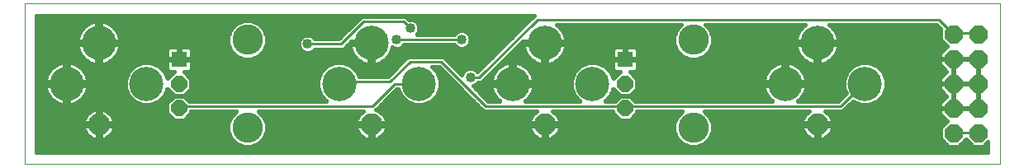
<source format=gtl>
G75*
%MOIN*%
%OFA0B0*%
%FSLAX25Y25*%
%IPPOS*%
%LPD*%
%AMOC8*
5,1,8,0,0,1.08239X$1,22.5*
%
%ADD10C,0.00000*%
%ADD11C,0.13843*%
%ADD12C,0.08858*%
%ADD13OC8,0.07400*%
%ADD14R,0.06496X0.06496*%
%ADD15OC8,0.06496*%
%ADD16C,0.12268*%
%ADD17C,0.01000*%
%ADD18C,0.04000*%
%ADD19C,0.01600*%
D10*
X0001800Y0003000D02*
X0001800Y0067961D01*
X0395501Y0067961D01*
X0395501Y0003000D01*
X0001800Y0003000D01*
D11*
X0018808Y0035500D03*
X0051091Y0035500D03*
X0128808Y0035500D03*
X0161091Y0035500D03*
X0198808Y0035500D03*
X0231091Y0035500D03*
X0308808Y0035500D03*
X0341091Y0035500D03*
X0321800Y0052035D03*
X0211800Y0052035D03*
X0141800Y0052035D03*
X0031800Y0052035D03*
D12*
X0031800Y0018965D03*
X0141800Y0018965D03*
X0211800Y0018965D03*
X0321800Y0018965D03*
D13*
X0376800Y0015500D03*
X0386800Y0015500D03*
X0386800Y0025500D03*
X0376800Y0025500D03*
X0376800Y0035500D03*
X0386800Y0035500D03*
X0386800Y0045500D03*
X0376800Y0045500D03*
X0376800Y0055500D03*
X0386800Y0055500D03*
D14*
X0244241Y0045343D03*
X0064241Y0045343D03*
D15*
X0064241Y0035500D03*
X0064241Y0025657D03*
X0244241Y0025657D03*
X0244241Y0035500D03*
D16*
X0271800Y0017783D03*
X0091800Y0017783D03*
X0091800Y0053217D03*
X0271800Y0053217D03*
D17*
X0208800Y0061500D02*
X0370800Y0061500D01*
X0376800Y0055500D01*
X0377100Y0056100D01*
X0386100Y0056100D01*
X0386800Y0055500D01*
X0341091Y0035500D02*
X0340200Y0035400D01*
X0331200Y0026400D01*
X0244800Y0026400D01*
X0244241Y0025657D01*
X0243900Y0026400D01*
X0188100Y0026400D01*
X0170100Y0044400D01*
X0157500Y0044400D01*
X0149400Y0036300D01*
X0129600Y0036300D01*
X0128808Y0035500D01*
X0142200Y0026400D02*
X0151200Y0035400D01*
X0160200Y0035400D01*
X0161091Y0035500D01*
X0181800Y0038100D02*
X0185400Y0038100D01*
X0208800Y0061500D01*
X0178200Y0053400D02*
X0152100Y0053400D01*
X0157500Y0057900D02*
X0154800Y0060600D01*
X0138600Y0060600D01*
X0129600Y0051600D01*
X0116100Y0051600D01*
X0142200Y0026400D02*
X0064800Y0026400D01*
X0064241Y0025657D01*
X0376800Y0015500D02*
X0377100Y0015600D01*
X0386100Y0015600D01*
X0386800Y0015500D01*
D18*
X0181800Y0038100D03*
X0116100Y0051600D03*
X0152100Y0053400D03*
X0157500Y0057900D03*
X0178200Y0053400D03*
D19*
X0181746Y0052554D02*
X0196884Y0052554D01*
X0202824Y0052554D02*
X0211000Y0052554D01*
X0211000Y0052835D02*
X0211000Y0051235D01*
X0212600Y0051235D01*
X0212600Y0043344D01*
X0213505Y0043463D01*
X0214609Y0043759D01*
X0215666Y0044197D01*
X0216656Y0044768D01*
X0217563Y0045464D01*
X0218371Y0046273D01*
X0219067Y0047180D01*
X0219639Y0048170D01*
X0220076Y0049226D01*
X0220372Y0050330D01*
X0220491Y0051235D01*
X0212600Y0051235D01*
X0212600Y0052835D01*
X0220491Y0052835D01*
X0220372Y0053741D01*
X0220076Y0054845D01*
X0219639Y0055901D01*
X0219067Y0056891D01*
X0218371Y0057798D01*
X0217563Y0058606D01*
X0216656Y0059302D01*
X0216487Y0059400D01*
X0267046Y0059400D01*
X0265244Y0057597D01*
X0264066Y0054755D01*
X0264066Y0051678D01*
X0265244Y0048836D01*
X0267419Y0046660D01*
X0270262Y0045483D01*
X0273338Y0045483D01*
X0276181Y0046660D01*
X0278356Y0048836D01*
X0279534Y0051678D01*
X0279534Y0054755D01*
X0278356Y0057597D01*
X0276554Y0059400D01*
X0317113Y0059400D01*
X0316944Y0059302D01*
X0316037Y0058606D01*
X0315229Y0057798D01*
X0314533Y0056891D01*
X0313961Y0055901D01*
X0313524Y0054845D01*
X0313228Y0053741D01*
X0313109Y0052835D01*
X0321000Y0052835D01*
X0321000Y0051235D01*
X0322600Y0051235D01*
X0322600Y0043344D01*
X0323505Y0043463D01*
X0324609Y0043759D01*
X0325666Y0044197D01*
X0326656Y0044768D01*
X0327563Y0045464D01*
X0328371Y0046273D01*
X0329067Y0047180D01*
X0329639Y0048170D01*
X0330076Y0049226D01*
X0330372Y0050330D01*
X0330491Y0051235D01*
X0322600Y0051235D01*
X0322600Y0052835D01*
X0330491Y0052835D01*
X0330372Y0053741D01*
X0330076Y0054845D01*
X0329639Y0055901D01*
X0329067Y0056891D01*
X0328371Y0057798D01*
X0327563Y0058606D01*
X0326656Y0059302D01*
X0326487Y0059400D01*
X0369930Y0059400D01*
X0371567Y0057763D01*
X0371500Y0057695D01*
X0371500Y0053305D01*
X0374163Y0050641D01*
X0371300Y0047778D01*
X0371300Y0045700D01*
X0376600Y0045700D01*
X0376600Y0045300D01*
X0377000Y0045300D01*
X0377000Y0045700D01*
X0382300Y0045700D01*
X0386600Y0045700D01*
X0386600Y0045300D01*
X0387000Y0045300D01*
X0387000Y0035700D01*
X0386600Y0035700D01*
X0386600Y0040000D01*
X0386600Y0045300D01*
X0377000Y0045300D01*
X0377000Y0035700D01*
X0376600Y0035700D01*
X0376600Y0041000D01*
X0376600Y0045300D01*
X0371300Y0045300D01*
X0371300Y0043222D01*
X0374022Y0040500D01*
X0371300Y0037778D01*
X0371300Y0035700D01*
X0376600Y0035700D01*
X0376600Y0035300D01*
X0377000Y0035300D01*
X0377000Y0035700D01*
X0382300Y0035700D01*
X0386600Y0035700D01*
X0386600Y0035300D01*
X0387000Y0035300D01*
X0387000Y0025700D01*
X0386600Y0025700D01*
X0386600Y0031000D01*
X0386600Y0035300D01*
X0377000Y0035300D01*
X0377000Y0025700D01*
X0376600Y0025700D01*
X0376600Y0031000D01*
X0376600Y0035300D01*
X0371300Y0035300D01*
X0371300Y0033222D01*
X0374022Y0030500D01*
X0371300Y0027778D01*
X0371300Y0025700D01*
X0376600Y0025700D01*
X0376600Y0025300D01*
X0371300Y0025300D01*
X0371300Y0023222D01*
X0374163Y0020359D01*
X0371500Y0017695D01*
X0371500Y0013305D01*
X0374605Y0010200D01*
X0378995Y0010200D01*
X0381800Y0013005D01*
X0384605Y0010200D01*
X0388995Y0010200D01*
X0390701Y0011905D01*
X0390701Y0007800D01*
X0006600Y0007800D01*
X0006600Y0063161D01*
X0207491Y0063161D01*
X0206700Y0062370D01*
X0206700Y0062370D01*
X0184661Y0040330D01*
X0183839Y0041152D01*
X0182516Y0041700D01*
X0181084Y0041700D01*
X0179761Y0041152D01*
X0178748Y0040139D01*
X0178333Y0039137D01*
X0170970Y0046500D01*
X0156630Y0046500D01*
X0155400Y0045270D01*
X0148530Y0038400D01*
X0136830Y0038400D01*
X0136032Y0040327D01*
X0133635Y0042724D01*
X0130503Y0044021D01*
X0127113Y0044021D01*
X0123981Y0042724D01*
X0121584Y0040327D01*
X0120287Y0037195D01*
X0120287Y0033805D01*
X0121584Y0030673D01*
X0123757Y0028500D01*
X0068255Y0028500D01*
X0066249Y0030505D01*
X0062233Y0030505D01*
X0059393Y0027666D01*
X0059393Y0023649D01*
X0062233Y0020809D01*
X0066249Y0020809D01*
X0069089Y0023649D01*
X0069089Y0024300D01*
X0087379Y0024300D01*
X0085244Y0022164D01*
X0084066Y0019322D01*
X0084066Y0016245D01*
X0085244Y0013403D01*
X0087419Y0011227D01*
X0090262Y0010050D01*
X0093338Y0010050D01*
X0096181Y0011227D01*
X0098356Y0013403D01*
X0099534Y0016245D01*
X0099534Y0019322D01*
X0098356Y0022164D01*
X0096221Y0024300D01*
X0138551Y0024300D01*
X0138535Y0024292D01*
X0137742Y0023716D01*
X0137049Y0023023D01*
X0136472Y0022229D01*
X0136027Y0021356D01*
X0135724Y0020423D01*
X0135600Y0019641D01*
X0141124Y0019641D01*
X0141124Y0018288D01*
X0142476Y0018288D01*
X0142476Y0012765D01*
X0143259Y0012889D01*
X0144191Y0013192D01*
X0145065Y0013637D01*
X0145858Y0014213D01*
X0146551Y0014907D01*
X0147128Y0015700D01*
X0147573Y0016573D01*
X0147876Y0017506D01*
X0148000Y0018288D01*
X0142476Y0018288D01*
X0142476Y0019641D01*
X0148000Y0019641D01*
X0147876Y0020423D01*
X0147573Y0021356D01*
X0147128Y0022229D01*
X0146551Y0023023D01*
X0145858Y0023716D01*
X0145065Y0024292D01*
X0144191Y0024737D01*
X0143675Y0024905D01*
X0144300Y0025530D01*
X0152070Y0033300D01*
X0152779Y0033300D01*
X0153867Y0030673D01*
X0156264Y0028276D01*
X0159396Y0026979D01*
X0162786Y0026979D01*
X0165918Y0028276D01*
X0168315Y0030673D01*
X0169613Y0033805D01*
X0169613Y0037195D01*
X0168315Y0040327D01*
X0166342Y0042300D01*
X0169230Y0042300D01*
X0186000Y0025530D01*
X0187230Y0024300D01*
X0208551Y0024300D01*
X0208535Y0024292D01*
X0207742Y0023716D01*
X0207049Y0023023D01*
X0206472Y0022229D01*
X0206027Y0021356D01*
X0205724Y0020423D01*
X0205600Y0019641D01*
X0211124Y0019641D01*
X0211124Y0018288D01*
X0212476Y0018288D01*
X0212476Y0012765D01*
X0213259Y0012889D01*
X0214191Y0013192D01*
X0215065Y0013637D01*
X0215858Y0014213D01*
X0216551Y0014907D01*
X0217128Y0015700D01*
X0217573Y0016573D01*
X0217876Y0017506D01*
X0218000Y0018288D01*
X0212476Y0018288D01*
X0212476Y0019641D01*
X0218000Y0019641D01*
X0217876Y0020423D01*
X0217573Y0021356D01*
X0217128Y0022229D01*
X0216551Y0023023D01*
X0215858Y0023716D01*
X0215065Y0024292D01*
X0215049Y0024300D01*
X0239393Y0024300D01*
X0239393Y0023649D01*
X0242233Y0020809D01*
X0246249Y0020809D01*
X0249089Y0023649D01*
X0249089Y0024300D01*
X0267379Y0024300D01*
X0265244Y0022164D01*
X0264066Y0019322D01*
X0264066Y0016245D01*
X0265244Y0013403D01*
X0267419Y0011227D01*
X0270262Y0010050D01*
X0273338Y0010050D01*
X0276181Y0011227D01*
X0278356Y0013403D01*
X0279534Y0016245D01*
X0279534Y0019322D01*
X0278356Y0022164D01*
X0276221Y0024300D01*
X0318551Y0024300D01*
X0318535Y0024292D01*
X0317742Y0023716D01*
X0317049Y0023023D01*
X0316472Y0022229D01*
X0316027Y0021356D01*
X0315724Y0020423D01*
X0315600Y0019641D01*
X0321124Y0019641D01*
X0321124Y0018288D01*
X0322476Y0018288D01*
X0322476Y0012765D01*
X0323259Y0012889D01*
X0324191Y0013192D01*
X0325065Y0013637D01*
X0325858Y0014213D01*
X0326551Y0014907D01*
X0327128Y0015700D01*
X0327573Y0016573D01*
X0327876Y0017506D01*
X0328000Y0018288D01*
X0322476Y0018288D01*
X0322476Y0019641D01*
X0328000Y0019641D01*
X0327876Y0020423D01*
X0327573Y0021356D01*
X0327128Y0022229D01*
X0326551Y0023023D01*
X0325858Y0023716D01*
X0325065Y0024292D01*
X0325049Y0024300D01*
X0332070Y0024300D01*
X0336155Y0028385D01*
X0336264Y0028276D01*
X0339396Y0026979D01*
X0342786Y0026979D01*
X0345918Y0028276D01*
X0348315Y0030673D01*
X0349613Y0033805D01*
X0349613Y0037195D01*
X0348315Y0040327D01*
X0345918Y0042724D01*
X0342786Y0044021D01*
X0339396Y0044021D01*
X0336264Y0042724D01*
X0333867Y0040327D01*
X0332570Y0037195D01*
X0332570Y0033805D01*
X0333468Y0031638D01*
X0330330Y0028500D01*
X0314012Y0028500D01*
X0314571Y0028929D01*
X0315379Y0029737D01*
X0316075Y0030644D01*
X0316647Y0031634D01*
X0317084Y0032691D01*
X0317380Y0033795D01*
X0317499Y0034700D01*
X0309608Y0034700D01*
X0309608Y0036300D01*
X0317499Y0036300D01*
X0317380Y0037205D01*
X0317084Y0038309D01*
X0316647Y0039366D01*
X0316075Y0040356D01*
X0315379Y0041263D01*
X0314571Y0042071D01*
X0313664Y0042767D01*
X0312673Y0043339D01*
X0311617Y0043776D01*
X0310513Y0044072D01*
X0309608Y0044191D01*
X0309608Y0036300D01*
X0308008Y0036300D01*
X0308008Y0044191D01*
X0307103Y0044072D01*
X0305998Y0043776D01*
X0304942Y0043339D01*
X0303952Y0042767D01*
X0303045Y0042071D01*
X0302237Y0041263D01*
X0301541Y0040356D01*
X0300969Y0039366D01*
X0300532Y0038309D01*
X0300236Y0037205D01*
X0300117Y0036300D01*
X0308008Y0036300D01*
X0308008Y0034700D01*
X0300117Y0034700D01*
X0300236Y0033795D01*
X0300532Y0032691D01*
X0300969Y0031634D01*
X0301541Y0030644D01*
X0302237Y0029737D01*
X0303045Y0028929D01*
X0303604Y0028500D01*
X0248255Y0028500D01*
X0246249Y0030505D01*
X0242233Y0030505D01*
X0240227Y0028500D01*
X0236142Y0028500D01*
X0238315Y0030673D01*
X0239457Y0033428D01*
X0242233Y0030652D01*
X0246249Y0030652D01*
X0249089Y0033492D01*
X0249089Y0037508D01*
X0246303Y0040294D01*
X0247726Y0040294D01*
X0248184Y0040417D01*
X0248594Y0040654D01*
X0248929Y0040989D01*
X0249166Y0041400D01*
X0249289Y0041858D01*
X0249289Y0045060D01*
X0244524Y0045060D01*
X0244524Y0045625D01*
X0249289Y0045625D01*
X0249289Y0048828D01*
X0249166Y0049285D01*
X0248929Y0049696D01*
X0248594Y0050031D01*
X0248184Y0050268D01*
X0247726Y0050391D01*
X0244524Y0050391D01*
X0244524Y0045625D01*
X0243958Y0045625D01*
X0243958Y0045060D01*
X0239193Y0045060D01*
X0239193Y0041858D01*
X0239316Y0041400D01*
X0239553Y0040989D01*
X0239888Y0040654D01*
X0240298Y0040417D01*
X0240756Y0040294D01*
X0242179Y0040294D01*
X0239457Y0037572D01*
X0238315Y0040327D01*
X0235918Y0042724D01*
X0232786Y0044021D01*
X0229396Y0044021D01*
X0226264Y0042724D01*
X0223867Y0040327D01*
X0222570Y0037195D01*
X0222570Y0033805D01*
X0223867Y0030673D01*
X0226040Y0028500D01*
X0204012Y0028500D01*
X0204571Y0028929D01*
X0205379Y0029737D01*
X0206075Y0030644D01*
X0206647Y0031634D01*
X0207084Y0032691D01*
X0207380Y0033795D01*
X0207499Y0034700D01*
X0199608Y0034700D01*
X0199608Y0036300D01*
X0207499Y0036300D01*
X0207380Y0037205D01*
X0207084Y0038309D01*
X0206647Y0039366D01*
X0206075Y0040356D01*
X0205379Y0041263D01*
X0204571Y0042071D01*
X0203664Y0042767D01*
X0202673Y0043339D01*
X0201617Y0043776D01*
X0200513Y0044072D01*
X0199608Y0044191D01*
X0199608Y0036300D01*
X0198008Y0036300D01*
X0198008Y0044191D01*
X0197103Y0044072D01*
X0195998Y0043776D01*
X0194942Y0043339D01*
X0193952Y0042767D01*
X0193045Y0042071D01*
X0192237Y0041263D01*
X0191541Y0040356D01*
X0190969Y0039366D01*
X0190532Y0038309D01*
X0190236Y0037205D01*
X0190117Y0036300D01*
X0198008Y0036300D01*
X0198008Y0034700D01*
X0190117Y0034700D01*
X0190236Y0033795D01*
X0190532Y0032691D01*
X0190969Y0031634D01*
X0191541Y0030644D01*
X0192237Y0029737D01*
X0193045Y0028929D01*
X0193604Y0028500D01*
X0188970Y0028500D01*
X0182837Y0034633D01*
X0183839Y0035048D01*
X0184791Y0036000D01*
X0186270Y0036000D01*
X0187500Y0037230D01*
X0187500Y0037230D01*
X0203109Y0052840D01*
X0203109Y0052835D01*
X0211000Y0052835D01*
X0212600Y0052554D02*
X0264066Y0052554D01*
X0264066Y0054152D02*
X0220262Y0054152D01*
X0219701Y0055751D02*
X0264479Y0055751D01*
X0265141Y0057349D02*
X0218715Y0057349D01*
X0217118Y0058948D02*
X0266594Y0058948D01*
X0277006Y0058948D02*
X0316482Y0058948D01*
X0314885Y0057349D02*
X0278459Y0057349D01*
X0279121Y0055751D02*
X0313899Y0055751D01*
X0313338Y0054152D02*
X0279534Y0054152D01*
X0279534Y0052554D02*
X0321000Y0052554D01*
X0322600Y0052554D02*
X0372251Y0052554D01*
X0371500Y0054152D02*
X0330262Y0054152D01*
X0329701Y0055751D02*
X0371500Y0055751D01*
X0371500Y0057349D02*
X0328715Y0057349D01*
X0327118Y0058948D02*
X0370382Y0058948D01*
X0373849Y0050955D02*
X0330454Y0050955D01*
X0330111Y0049357D02*
X0372879Y0049357D01*
X0371300Y0047758D02*
X0329401Y0047758D01*
X0322600Y0047758D02*
X0321000Y0047758D01*
X0315229Y0046273D02*
X0314533Y0047180D01*
X0313961Y0048170D01*
X0313524Y0049226D01*
X0313228Y0050330D01*
X0313109Y0051235D01*
X0321000Y0051235D01*
X0321000Y0043344D01*
X0320095Y0043463D01*
X0318991Y0043759D01*
X0317934Y0044197D01*
X0316944Y0044768D01*
X0316037Y0045464D01*
X0315229Y0046273D01*
X0315342Y0046160D02*
X0274973Y0046160D01*
X0277279Y0047758D02*
X0314199Y0047758D01*
X0321000Y0046160D02*
X0322600Y0046160D01*
X0328258Y0046160D02*
X0371300Y0046160D01*
X0371300Y0044561D02*
X0326297Y0044561D01*
X0322600Y0044561D02*
X0321000Y0044561D01*
X0317303Y0044561D02*
X0249289Y0044561D01*
X0249289Y0042963D02*
X0304291Y0042963D01*
X0308008Y0042963D02*
X0309608Y0042963D01*
X0313324Y0042963D02*
X0336841Y0042963D01*
X0334905Y0041364D02*
X0315277Y0041364D01*
X0309608Y0041364D02*
X0308008Y0041364D01*
X0302338Y0041364D02*
X0249146Y0041364D01*
X0246831Y0039766D02*
X0301200Y0039766D01*
X0308008Y0039766D02*
X0309608Y0039766D01*
X0316415Y0039766D02*
X0333635Y0039766D01*
X0332973Y0038167D02*
X0317122Y0038167D01*
X0309608Y0038167D02*
X0308008Y0038167D01*
X0308008Y0036569D02*
X0309608Y0036569D01*
X0317464Y0036569D02*
X0332570Y0036569D01*
X0332570Y0034970D02*
X0309608Y0034970D01*
X0308008Y0034970D02*
X0249089Y0034970D01*
X0249089Y0036569D02*
X0300152Y0036569D01*
X0300494Y0038167D02*
X0248430Y0038167D01*
X0240052Y0038167D02*
X0239210Y0038167D01*
X0238548Y0039766D02*
X0241651Y0039766D01*
X0239336Y0041364D02*
X0237278Y0041364D01*
X0239193Y0042963D02*
X0235342Y0042963D01*
X0239193Y0044561D02*
X0216297Y0044561D01*
X0212600Y0044561D02*
X0211000Y0044561D01*
X0211000Y0043344D02*
X0210095Y0043463D01*
X0208991Y0043759D01*
X0207934Y0044197D01*
X0206944Y0044768D01*
X0206037Y0045464D01*
X0205229Y0046273D01*
X0204533Y0047180D01*
X0203961Y0048170D01*
X0203524Y0049226D01*
X0203228Y0050330D01*
X0203109Y0051235D01*
X0211000Y0051235D01*
X0211000Y0043344D01*
X0207303Y0044561D02*
X0194831Y0044561D01*
X0188891Y0044561D02*
X0172909Y0044561D01*
X0174507Y0042963D02*
X0187293Y0042963D01*
X0185694Y0041364D02*
X0183327Y0041364D01*
X0180273Y0041364D02*
X0176106Y0041364D01*
X0177704Y0039766D02*
X0178593Y0039766D01*
X0171764Y0039766D02*
X0168548Y0039766D01*
X0167278Y0041364D02*
X0170166Y0041364D01*
X0154691Y0044561D02*
X0146297Y0044561D01*
X0146656Y0044768D02*
X0145666Y0044197D01*
X0144609Y0043759D01*
X0143505Y0043463D01*
X0142600Y0043344D01*
X0142600Y0051235D01*
X0141000Y0051235D01*
X0141000Y0043344D01*
X0140095Y0043463D01*
X0138991Y0043759D01*
X0137934Y0044197D01*
X0136944Y0044768D01*
X0136037Y0045464D01*
X0135229Y0046273D01*
X0134533Y0047180D01*
X0133961Y0048170D01*
X0133524Y0049226D01*
X0133228Y0050330D01*
X0133109Y0051235D01*
X0141000Y0051235D01*
X0141000Y0052835D01*
X0133805Y0052835D01*
X0130470Y0049500D01*
X0128730Y0049500D01*
X0119091Y0049500D01*
X0118139Y0048548D01*
X0116816Y0048000D01*
X0115384Y0048000D01*
X0114061Y0048548D01*
X0113048Y0049561D01*
X0112500Y0050884D01*
X0112500Y0052316D01*
X0113048Y0053639D01*
X0114061Y0054652D01*
X0115384Y0055200D01*
X0116816Y0055200D01*
X0118139Y0054652D01*
X0119091Y0053700D01*
X0128730Y0053700D01*
X0136500Y0061470D01*
X0137730Y0062700D01*
X0155670Y0062700D01*
X0156870Y0061500D01*
X0158216Y0061500D01*
X0159539Y0060952D01*
X0160552Y0059939D01*
X0161100Y0058616D01*
X0161100Y0057184D01*
X0160552Y0055861D01*
X0160191Y0055500D01*
X0175209Y0055500D01*
X0176161Y0056452D01*
X0177484Y0057000D01*
X0178916Y0057000D01*
X0180239Y0056452D01*
X0181252Y0055439D01*
X0181800Y0054116D01*
X0181800Y0052684D01*
X0181252Y0051361D01*
X0180239Y0050348D01*
X0178916Y0049800D01*
X0177484Y0049800D01*
X0176161Y0050348D01*
X0175209Y0051300D01*
X0155091Y0051300D01*
X0154139Y0050348D01*
X0152816Y0049800D01*
X0151384Y0049800D01*
X0150345Y0050230D01*
X0150076Y0049226D01*
X0149639Y0048170D01*
X0149067Y0047180D01*
X0148371Y0046273D01*
X0147563Y0045464D01*
X0146656Y0044768D01*
X0142600Y0044561D02*
X0141000Y0044561D01*
X0137303Y0044561D02*
X0069289Y0044561D01*
X0069289Y0045060D02*
X0064524Y0045060D01*
X0064524Y0045625D01*
X0069289Y0045625D01*
X0069289Y0048828D01*
X0069166Y0049285D01*
X0068929Y0049696D01*
X0068594Y0050031D01*
X0068184Y0050268D01*
X0067726Y0050391D01*
X0064524Y0050391D01*
X0064524Y0045625D01*
X0063958Y0045625D01*
X0063958Y0045060D01*
X0059193Y0045060D01*
X0059193Y0041858D01*
X0059316Y0041400D01*
X0059553Y0040989D01*
X0059888Y0040654D01*
X0060298Y0040417D01*
X0060756Y0040294D01*
X0062179Y0040294D01*
X0059457Y0037572D01*
X0058315Y0040327D01*
X0055918Y0042724D01*
X0052786Y0044021D01*
X0049396Y0044021D01*
X0046264Y0042724D01*
X0043867Y0040327D01*
X0042570Y0037195D01*
X0042570Y0033805D01*
X0043867Y0030673D01*
X0046264Y0028276D01*
X0049396Y0026979D01*
X0052786Y0026979D01*
X0055918Y0028276D01*
X0058315Y0030673D01*
X0059457Y0033428D01*
X0062233Y0030652D01*
X0066249Y0030652D01*
X0069089Y0033492D01*
X0069089Y0037508D01*
X0066303Y0040294D01*
X0067726Y0040294D01*
X0068184Y0040417D01*
X0068594Y0040654D01*
X0068929Y0040989D01*
X0069166Y0041400D01*
X0069289Y0041858D01*
X0069289Y0045060D01*
X0069289Y0046160D02*
X0088627Y0046160D01*
X0087419Y0046660D02*
X0090262Y0045483D01*
X0093338Y0045483D01*
X0096181Y0046660D01*
X0098356Y0048836D01*
X0099534Y0051678D01*
X0099534Y0054755D01*
X0098356Y0057597D01*
X0096181Y0059773D01*
X0093338Y0060950D01*
X0090262Y0060950D01*
X0087419Y0059773D01*
X0085244Y0057597D01*
X0084066Y0054755D01*
X0084066Y0051678D01*
X0085244Y0048836D01*
X0087419Y0046660D01*
X0086321Y0047758D02*
X0069289Y0047758D01*
X0064524Y0047758D02*
X0063958Y0047758D01*
X0059193Y0047758D02*
X0039401Y0047758D01*
X0039639Y0048170D02*
X0039067Y0047180D01*
X0038371Y0046273D01*
X0037563Y0045464D01*
X0036656Y0044768D01*
X0035666Y0044197D01*
X0034609Y0043759D01*
X0033505Y0043463D01*
X0032600Y0043344D01*
X0032600Y0051235D01*
X0031000Y0051235D01*
X0031000Y0043344D01*
X0030095Y0043463D01*
X0028991Y0043759D01*
X0027934Y0044197D01*
X0026944Y0044768D01*
X0026037Y0045464D01*
X0025229Y0046273D01*
X0024533Y0047180D01*
X0023961Y0048170D01*
X0023524Y0049226D01*
X0023228Y0050330D01*
X0023109Y0051235D01*
X0031000Y0051235D01*
X0031000Y0052835D01*
X0023109Y0052835D01*
X0023228Y0053741D01*
X0023524Y0054845D01*
X0023961Y0055901D01*
X0024533Y0056891D01*
X0025229Y0057798D01*
X0026037Y0058606D01*
X0026944Y0059302D01*
X0027934Y0059874D01*
X0028991Y0060312D01*
X0030095Y0060607D01*
X0031000Y0060727D01*
X0031000Y0052835D01*
X0032600Y0052835D01*
X0040491Y0052835D01*
X0040372Y0053741D01*
X0040076Y0054845D01*
X0039639Y0055901D01*
X0039067Y0056891D01*
X0038371Y0057798D01*
X0037563Y0058606D01*
X0036656Y0059302D01*
X0035666Y0059874D01*
X0034609Y0060312D01*
X0033505Y0060607D01*
X0032600Y0060727D01*
X0032600Y0052835D01*
X0032600Y0051235D01*
X0040491Y0051235D01*
X0040372Y0050330D01*
X0040076Y0049226D01*
X0039639Y0048170D01*
X0032600Y0047758D02*
X0031000Y0047758D01*
X0031000Y0046160D02*
X0032600Y0046160D01*
X0038258Y0046160D02*
X0059193Y0046160D01*
X0059193Y0045625D02*
X0063958Y0045625D01*
X0063958Y0050391D01*
X0060756Y0050391D01*
X0060298Y0050268D01*
X0059888Y0050031D01*
X0059553Y0049696D01*
X0059316Y0049285D01*
X0059193Y0048828D01*
X0059193Y0045625D01*
X0063958Y0046160D02*
X0064524Y0046160D01*
X0059193Y0044561D02*
X0036297Y0044561D01*
X0032600Y0044561D02*
X0031000Y0044561D01*
X0027303Y0044561D02*
X0006600Y0044561D01*
X0006600Y0042963D02*
X0014291Y0042963D01*
X0013952Y0042767D02*
X0013045Y0042071D01*
X0012237Y0041263D01*
X0011541Y0040356D01*
X0010969Y0039366D01*
X0010532Y0038309D01*
X0010236Y0037205D01*
X0010117Y0036300D01*
X0018008Y0036300D01*
X0018008Y0044191D01*
X0017103Y0044072D01*
X0015998Y0043776D01*
X0014942Y0043339D01*
X0013952Y0042767D01*
X0018008Y0042963D02*
X0019608Y0042963D01*
X0019608Y0044191D02*
X0020513Y0044072D01*
X0021617Y0043776D01*
X0022673Y0043339D01*
X0023664Y0042767D01*
X0024571Y0042071D01*
X0025379Y0041263D01*
X0026075Y0040356D01*
X0026647Y0039366D01*
X0027084Y0038309D01*
X0027380Y0037205D01*
X0027499Y0036300D01*
X0019608Y0036300D01*
X0019608Y0034700D01*
X0027499Y0034700D01*
X0027380Y0033795D01*
X0027084Y0032691D01*
X0026647Y0031634D01*
X0026075Y0030644D01*
X0025379Y0029737D01*
X0024571Y0028929D01*
X0023664Y0028233D01*
X0022673Y0027661D01*
X0021617Y0027224D01*
X0020513Y0026928D01*
X0019608Y0026809D01*
X0019608Y0034700D01*
X0018008Y0034700D01*
X0018008Y0026809D01*
X0017103Y0026928D01*
X0015998Y0027224D01*
X0014942Y0027661D01*
X0013952Y0028233D01*
X0013045Y0028929D01*
X0012237Y0029737D01*
X0011541Y0030644D01*
X0010969Y0031634D01*
X0010532Y0032691D01*
X0010236Y0033795D01*
X0010117Y0034700D01*
X0018008Y0034700D01*
X0018008Y0036300D01*
X0019608Y0036300D01*
X0019608Y0044191D01*
X0023324Y0042963D02*
X0046841Y0042963D01*
X0044905Y0041364D02*
X0025277Y0041364D01*
X0026415Y0039766D02*
X0043635Y0039766D01*
X0042973Y0038167D02*
X0027122Y0038167D01*
X0027464Y0036569D02*
X0042570Y0036569D01*
X0042570Y0034970D02*
X0019608Y0034970D01*
X0018008Y0034970D02*
X0006600Y0034970D01*
X0006600Y0033372D02*
X0010349Y0033372D01*
X0010912Y0031773D02*
X0006600Y0031773D01*
X0006600Y0030175D02*
X0011901Y0030175D01*
X0018008Y0030175D02*
X0019608Y0030175D01*
X0019608Y0031773D02*
X0018008Y0031773D01*
X0018008Y0033372D02*
X0019608Y0033372D01*
X0026704Y0031773D02*
X0043412Y0031773D01*
X0042750Y0033372D02*
X0027266Y0033372D01*
X0025715Y0030175D02*
X0044366Y0030175D01*
X0045964Y0028576D02*
X0024111Y0028576D01*
X0019608Y0028576D02*
X0018008Y0028576D01*
X0013505Y0028576D02*
X0006600Y0028576D01*
X0006600Y0026978D02*
X0016917Y0026978D01*
X0018008Y0026978D02*
X0019608Y0026978D01*
X0020698Y0026978D02*
X0059393Y0026978D01*
X0059393Y0025379D02*
X0006600Y0025379D01*
X0006600Y0023781D02*
X0027831Y0023781D01*
X0027742Y0023716D02*
X0027049Y0023023D01*
X0026472Y0022229D01*
X0026027Y0021356D01*
X0025724Y0020423D01*
X0025600Y0019641D01*
X0031124Y0019641D01*
X0031124Y0025164D01*
X0030341Y0025040D01*
X0029409Y0024737D01*
X0028535Y0024292D01*
X0027742Y0023716D01*
X0031124Y0023781D02*
X0032476Y0023781D01*
X0033259Y0025040D02*
X0034191Y0024737D01*
X0035065Y0024292D01*
X0035858Y0023716D01*
X0036551Y0023023D01*
X0037128Y0022229D01*
X0037573Y0021356D01*
X0037876Y0020423D01*
X0038000Y0019641D01*
X0032476Y0019641D01*
X0031124Y0019641D01*
X0031124Y0018288D01*
X0032476Y0018288D01*
X0032476Y0012765D01*
X0033259Y0012889D01*
X0034191Y0013192D01*
X0035065Y0013637D01*
X0035858Y0014213D01*
X0036551Y0014907D01*
X0037128Y0015700D01*
X0037573Y0016573D01*
X0037876Y0017506D01*
X0038000Y0018288D01*
X0032476Y0018288D01*
X0032476Y0019641D01*
X0032476Y0025164D01*
X0033259Y0025040D01*
X0035769Y0023781D02*
X0059393Y0023781D01*
X0060860Y0022182D02*
X0037152Y0022182D01*
X0037824Y0020584D02*
X0084589Y0020584D01*
X0085261Y0022182D02*
X0067622Y0022182D01*
X0069089Y0023781D02*
X0086860Y0023781D01*
X0096740Y0023781D02*
X0137831Y0023781D01*
X0136448Y0022182D02*
X0098339Y0022182D01*
X0099011Y0020584D02*
X0135776Y0020584D01*
X0141124Y0018985D02*
X0099534Y0018985D01*
X0099534Y0017387D02*
X0135763Y0017387D01*
X0135724Y0017506D02*
X0136027Y0016573D01*
X0136472Y0015700D01*
X0137049Y0014907D01*
X0137742Y0014213D01*
X0138535Y0013637D01*
X0139409Y0013192D01*
X0140341Y0012889D01*
X0141124Y0012765D01*
X0141124Y0018288D01*
X0135600Y0018288D01*
X0135724Y0017506D01*
X0141124Y0017387D02*
X0142476Y0017387D01*
X0142476Y0018985D02*
X0211124Y0018985D01*
X0211124Y0018288D02*
X0205600Y0018288D01*
X0205724Y0017506D01*
X0206027Y0016573D01*
X0206472Y0015700D01*
X0207049Y0014907D01*
X0207742Y0014213D01*
X0208535Y0013637D01*
X0209409Y0013192D01*
X0210341Y0012889D01*
X0211124Y0012765D01*
X0211124Y0018288D01*
X0211124Y0017387D02*
X0212476Y0017387D01*
X0217837Y0017387D02*
X0264066Y0017387D01*
X0264066Y0018985D02*
X0212476Y0018985D01*
X0205763Y0017387D02*
X0147837Y0017387D01*
X0147173Y0015788D02*
X0206427Y0015788D01*
X0211124Y0015788D02*
X0212476Y0015788D01*
X0217173Y0015788D02*
X0264255Y0015788D01*
X0264918Y0014190D02*
X0215825Y0014190D01*
X0212476Y0014190D02*
X0211124Y0014190D01*
X0207775Y0014190D02*
X0145825Y0014190D01*
X0142476Y0014190D02*
X0141124Y0014190D01*
X0137775Y0014190D02*
X0098682Y0014190D01*
X0099345Y0015788D02*
X0136427Y0015788D01*
X0141124Y0015788D02*
X0142476Y0015788D01*
X0147824Y0020584D02*
X0205776Y0020584D01*
X0206448Y0022182D02*
X0147152Y0022182D01*
X0145769Y0023781D02*
X0207831Y0023781D01*
X0215769Y0023781D02*
X0239393Y0023781D01*
X0240860Y0022182D02*
X0217152Y0022182D01*
X0217824Y0020584D02*
X0264589Y0020584D01*
X0265261Y0022182D02*
X0247622Y0022182D01*
X0249089Y0023781D02*
X0266860Y0023781D01*
X0276740Y0023781D02*
X0317831Y0023781D01*
X0325769Y0023781D02*
X0371300Y0023781D01*
X0372340Y0022182D02*
X0327152Y0022182D01*
X0327824Y0020584D02*
X0373938Y0020584D01*
X0372790Y0018985D02*
X0322476Y0018985D01*
X0321124Y0018985D02*
X0279534Y0018985D01*
X0279534Y0017387D02*
X0315763Y0017387D01*
X0315724Y0017506D02*
X0316027Y0016573D01*
X0316472Y0015700D01*
X0317049Y0014907D01*
X0317742Y0014213D01*
X0318535Y0013637D01*
X0319409Y0013192D01*
X0320341Y0012889D01*
X0321124Y0012765D01*
X0321124Y0018288D01*
X0315600Y0018288D01*
X0315724Y0017506D01*
X0321124Y0017387D02*
X0322476Y0017387D01*
X0327837Y0017387D02*
X0371500Y0017387D01*
X0371500Y0015788D02*
X0327173Y0015788D01*
X0322476Y0015788D02*
X0321124Y0015788D01*
X0316427Y0015788D02*
X0279345Y0015788D01*
X0278682Y0014190D02*
X0317775Y0014190D01*
X0321124Y0014190D02*
X0322476Y0014190D01*
X0325825Y0014190D02*
X0371500Y0014190D01*
X0372214Y0012591D02*
X0277545Y0012591D01*
X0275615Y0010993D02*
X0373812Y0010993D01*
X0379788Y0010993D02*
X0383812Y0010993D01*
X0389788Y0010993D02*
X0390701Y0010993D01*
X0390701Y0009394D02*
X0006600Y0009394D01*
X0006600Y0010993D02*
X0087985Y0010993D01*
X0095615Y0010993D02*
X0267985Y0010993D01*
X0266055Y0012591D02*
X0097545Y0012591D01*
X0086055Y0012591D02*
X0006600Y0012591D01*
X0006600Y0014190D02*
X0027775Y0014190D01*
X0027742Y0014213D02*
X0028535Y0013637D01*
X0029409Y0013192D01*
X0030341Y0012889D01*
X0031124Y0012765D01*
X0031124Y0018288D01*
X0025600Y0018288D01*
X0025724Y0017506D01*
X0026027Y0016573D01*
X0026472Y0015700D01*
X0027049Y0014907D01*
X0027742Y0014213D01*
X0031124Y0014190D02*
X0032476Y0014190D01*
X0035825Y0014190D02*
X0084918Y0014190D01*
X0084255Y0015788D02*
X0037173Y0015788D01*
X0037837Y0017387D02*
X0084066Y0017387D01*
X0084066Y0018985D02*
X0032476Y0018985D01*
X0031124Y0018985D02*
X0006600Y0018985D01*
X0006600Y0017387D02*
X0025763Y0017387D01*
X0031124Y0017387D02*
X0032476Y0017387D01*
X0032476Y0015788D02*
X0031124Y0015788D01*
X0026427Y0015788D02*
X0006600Y0015788D01*
X0006600Y0020584D02*
X0025776Y0020584D01*
X0031124Y0020584D02*
X0032476Y0020584D01*
X0032476Y0022182D02*
X0031124Y0022182D01*
X0026448Y0022182D02*
X0006600Y0022182D01*
X0056218Y0028576D02*
X0060304Y0028576D01*
X0068178Y0028576D02*
X0123681Y0028576D01*
X0122082Y0030175D02*
X0066580Y0030175D01*
X0061902Y0030175D02*
X0057817Y0030175D01*
X0058771Y0031773D02*
X0061112Y0031773D01*
X0067370Y0031773D02*
X0121128Y0031773D01*
X0120466Y0033372D02*
X0068969Y0033372D01*
X0069089Y0034970D02*
X0120287Y0034970D01*
X0120287Y0036569D02*
X0069089Y0036569D01*
X0068430Y0038167D02*
X0120689Y0038167D01*
X0121351Y0039766D02*
X0066831Y0039766D01*
X0061651Y0039766D02*
X0058548Y0039766D01*
X0059336Y0041364D02*
X0057278Y0041364D01*
X0059193Y0042963D02*
X0055342Y0042963D01*
X0069146Y0041364D02*
X0122621Y0041364D01*
X0124558Y0042963D02*
X0069289Y0042963D01*
X0094973Y0046160D02*
X0135342Y0046160D01*
X0141000Y0046160D02*
X0142600Y0046160D01*
X0148258Y0046160D02*
X0156290Y0046160D01*
X0149401Y0047758D02*
X0192088Y0047758D01*
X0198028Y0047758D02*
X0204199Y0047758D01*
X0211000Y0047758D02*
X0212600Y0047758D01*
X0219401Y0047758D02*
X0239193Y0047758D01*
X0243958Y0047758D02*
X0244524Y0047758D01*
X0249289Y0047758D02*
X0266321Y0047758D01*
X0268627Y0046160D02*
X0249289Y0046160D01*
X0244524Y0046160D02*
X0243958Y0046160D01*
X0243958Y0045625D02*
X0243958Y0050391D01*
X0240756Y0050391D01*
X0240298Y0050268D01*
X0239888Y0050031D01*
X0239553Y0049696D01*
X0239316Y0049285D01*
X0239193Y0048828D01*
X0239193Y0045625D01*
X0243958Y0045625D01*
X0239193Y0046160D02*
X0218258Y0046160D01*
X0212600Y0046160D02*
X0211000Y0046160D01*
X0205342Y0046160D02*
X0196430Y0046160D01*
X0190490Y0046160D02*
X0171310Y0046160D01*
X0153093Y0042963D02*
X0133058Y0042963D01*
X0134994Y0041364D02*
X0151494Y0041364D01*
X0149896Y0039766D02*
X0136264Y0039766D01*
X0169210Y0038167D02*
X0173363Y0038167D01*
X0174961Y0036569D02*
X0169613Y0036569D01*
X0169613Y0034970D02*
X0176560Y0034970D01*
X0178158Y0033372D02*
X0169433Y0033372D01*
X0168771Y0031773D02*
X0179757Y0031773D01*
X0185697Y0031773D02*
X0190912Y0031773D01*
X0190349Y0033372D02*
X0184098Y0033372D01*
X0183651Y0034970D02*
X0198008Y0034970D01*
X0199608Y0034970D02*
X0222570Y0034970D01*
X0222570Y0036569D02*
X0207464Y0036569D01*
X0199608Y0036569D02*
X0198008Y0036569D01*
X0198008Y0038167D02*
X0199608Y0038167D01*
X0207122Y0038167D02*
X0222973Y0038167D01*
X0223635Y0039766D02*
X0206415Y0039766D01*
X0199608Y0039766D02*
X0198008Y0039766D01*
X0198008Y0041364D02*
X0199608Y0041364D01*
X0205277Y0041364D02*
X0224905Y0041364D01*
X0226841Y0042963D02*
X0203324Y0042963D01*
X0199608Y0042963D02*
X0198008Y0042963D01*
X0194291Y0042963D02*
X0193233Y0042963D01*
X0192338Y0041364D02*
X0191634Y0041364D01*
X0191200Y0039766D02*
X0190036Y0039766D01*
X0190494Y0038167D02*
X0188437Y0038167D01*
X0186839Y0036569D02*
X0190152Y0036569D01*
X0207266Y0033372D02*
X0222750Y0033372D01*
X0223412Y0031773D02*
X0206704Y0031773D01*
X0205715Y0030175D02*
X0224366Y0030175D01*
X0225964Y0028576D02*
X0204111Y0028576D01*
X0193505Y0028576D02*
X0188894Y0028576D01*
X0184552Y0026978D02*
X0145748Y0026978D01*
X0147346Y0028576D02*
X0155964Y0028576D01*
X0166218Y0028576D02*
X0182954Y0028576D01*
X0181355Y0030175D02*
X0167817Y0030175D01*
X0154366Y0030175D02*
X0148945Y0030175D01*
X0150543Y0031773D02*
X0153412Y0031773D01*
X0187295Y0030175D02*
X0191901Y0030175D01*
X0186151Y0025379D02*
X0144149Y0025379D01*
X0059513Y0033372D02*
X0059433Y0033372D01*
X0059210Y0038167D02*
X0060052Y0038167D01*
X0019608Y0038167D02*
X0018008Y0038167D01*
X0018008Y0036569D02*
X0019608Y0036569D01*
X0010494Y0038167D02*
X0006600Y0038167D01*
X0006600Y0036569D02*
X0010152Y0036569D01*
X0011200Y0039766D02*
X0006600Y0039766D01*
X0006600Y0041364D02*
X0012338Y0041364D01*
X0018008Y0041364D02*
X0019608Y0041364D01*
X0019608Y0039766D02*
X0018008Y0039766D01*
X0025342Y0046160D02*
X0006600Y0046160D01*
X0006600Y0047758D02*
X0024199Y0047758D01*
X0023489Y0049357D02*
X0006600Y0049357D01*
X0006600Y0050955D02*
X0023146Y0050955D01*
X0031000Y0050955D02*
X0032600Y0050955D01*
X0040454Y0050955D02*
X0084366Y0050955D01*
X0084066Y0052554D02*
X0032600Y0052554D01*
X0031000Y0052554D02*
X0006600Y0052554D01*
X0006600Y0054152D02*
X0023338Y0054152D01*
X0023899Y0055751D02*
X0006600Y0055751D01*
X0006600Y0057349D02*
X0024885Y0057349D01*
X0031000Y0057349D02*
X0032600Y0057349D01*
X0038715Y0057349D02*
X0085141Y0057349D01*
X0086594Y0058948D02*
X0037118Y0058948D01*
X0032600Y0058948D02*
X0031000Y0058948D01*
X0026482Y0058948D02*
X0006600Y0058948D01*
X0006600Y0060546D02*
X0029867Y0060546D01*
X0031000Y0060546D02*
X0032600Y0060546D01*
X0033733Y0060546D02*
X0089286Y0060546D01*
X0094314Y0060546D02*
X0135577Y0060546D01*
X0137175Y0062145D02*
X0006600Y0062145D01*
X0031000Y0055751D02*
X0032600Y0055751D01*
X0039701Y0055751D02*
X0084479Y0055751D01*
X0084066Y0054152D02*
X0040262Y0054152D01*
X0032600Y0054152D02*
X0031000Y0054152D01*
X0031000Y0049357D02*
X0032600Y0049357D01*
X0040111Y0049357D02*
X0059357Y0049357D01*
X0063958Y0049357D02*
X0064524Y0049357D01*
X0069125Y0049357D02*
X0085028Y0049357D01*
X0097279Y0047758D02*
X0134199Y0047758D01*
X0141000Y0047758D02*
X0142600Y0047758D01*
X0142600Y0049357D02*
X0141000Y0049357D01*
X0141000Y0050955D02*
X0142600Y0050955D01*
X0141000Y0052554D02*
X0133524Y0052554D01*
X0133146Y0050955D02*
X0131925Y0050955D01*
X0133489Y0049357D02*
X0118948Y0049357D01*
X0113252Y0049357D02*
X0098572Y0049357D01*
X0099234Y0050955D02*
X0112500Y0050955D01*
X0112598Y0052554D02*
X0099534Y0052554D01*
X0099534Y0054152D02*
X0113561Y0054152D01*
X0118639Y0054152D02*
X0129183Y0054152D01*
X0130781Y0055751D02*
X0099121Y0055751D01*
X0098459Y0057349D02*
X0132380Y0057349D01*
X0133978Y0058948D02*
X0097006Y0058948D01*
X0150111Y0049357D02*
X0193687Y0049357D01*
X0195286Y0050955D02*
X0180847Y0050955D01*
X0175553Y0050955D02*
X0154747Y0050955D01*
X0160442Y0055751D02*
X0175460Y0055751D01*
X0180940Y0055751D02*
X0200081Y0055751D01*
X0198483Y0054152D02*
X0181785Y0054152D01*
X0201225Y0050955D02*
X0203146Y0050955D01*
X0203489Y0049357D02*
X0199627Y0049357D01*
X0211000Y0049357D02*
X0212600Y0049357D01*
X0212600Y0050955D02*
X0211000Y0050955D01*
X0220111Y0049357D02*
X0239357Y0049357D01*
X0243958Y0049357D02*
X0244524Y0049357D01*
X0249125Y0049357D02*
X0265028Y0049357D01*
X0264366Y0050955D02*
X0220454Y0050955D01*
X0201680Y0057349D02*
X0161100Y0057349D01*
X0160963Y0058948D02*
X0203278Y0058948D01*
X0204877Y0060546D02*
X0159945Y0060546D01*
X0156225Y0062145D02*
X0206475Y0062145D01*
X0278572Y0049357D02*
X0313489Y0049357D01*
X0313146Y0050955D02*
X0279234Y0050955D01*
X0321000Y0050955D02*
X0322600Y0050955D01*
X0322600Y0049357D02*
X0321000Y0049357D01*
X0345342Y0042963D02*
X0371559Y0042963D01*
X0376600Y0042963D02*
X0377000Y0042963D01*
X0377000Y0044561D02*
X0376600Y0044561D01*
X0386600Y0044561D02*
X0387000Y0044561D01*
X0387000Y0042963D02*
X0386600Y0042963D01*
X0386600Y0041364D02*
X0387000Y0041364D01*
X0387000Y0039766D02*
X0386600Y0039766D01*
X0377000Y0039766D02*
X0376600Y0039766D01*
X0373288Y0039766D02*
X0348548Y0039766D01*
X0347278Y0041364D02*
X0373158Y0041364D01*
X0376600Y0041364D02*
X0377000Y0041364D01*
X0377000Y0038167D02*
X0376600Y0038167D01*
X0371689Y0038167D02*
X0349210Y0038167D01*
X0349613Y0036569D02*
X0371300Y0036569D01*
X0376600Y0036569D02*
X0377000Y0036569D01*
X0377000Y0034970D02*
X0376600Y0034970D01*
X0371300Y0034970D02*
X0349613Y0034970D01*
X0349433Y0033372D02*
X0371300Y0033372D01*
X0376600Y0033372D02*
X0377000Y0033372D01*
X0377000Y0031773D02*
X0376600Y0031773D01*
X0372749Y0031773D02*
X0348771Y0031773D01*
X0347817Y0030175D02*
X0373697Y0030175D01*
X0376600Y0030175D02*
X0377000Y0030175D01*
X0386600Y0030175D02*
X0387000Y0030175D01*
X0387000Y0031773D02*
X0386600Y0031773D01*
X0386600Y0033372D02*
X0387000Y0033372D01*
X0387000Y0034970D02*
X0386600Y0034970D01*
X0386600Y0036569D02*
X0387000Y0036569D01*
X0387000Y0038167D02*
X0386600Y0038167D01*
X0386600Y0028576D02*
X0387000Y0028576D01*
X0387000Y0026978D02*
X0386600Y0026978D01*
X0386600Y0025700D02*
X0382300Y0025700D01*
X0377000Y0025700D01*
X0377000Y0025300D01*
X0386600Y0025300D01*
X0386600Y0025700D01*
X0386600Y0025379D02*
X0377000Y0025379D01*
X0376600Y0025379D02*
X0333149Y0025379D01*
X0334748Y0026978D02*
X0371300Y0026978D01*
X0376600Y0026978D02*
X0377000Y0026978D01*
X0377000Y0028576D02*
X0376600Y0028576D01*
X0372098Y0028576D02*
X0346218Y0028576D01*
X0332005Y0030175D02*
X0315715Y0030175D01*
X0316704Y0031773D02*
X0333412Y0031773D01*
X0332750Y0033372D02*
X0317266Y0033372D01*
X0301901Y0030175D02*
X0246580Y0030175D01*
X0241902Y0030175D02*
X0237817Y0030175D01*
X0238771Y0031773D02*
X0241112Y0031773D01*
X0247370Y0031773D02*
X0300912Y0031773D01*
X0300349Y0033372D02*
X0248969Y0033372D01*
X0239513Y0033372D02*
X0239433Y0033372D01*
X0240304Y0028576D02*
X0236218Y0028576D01*
X0248178Y0028576D02*
X0303505Y0028576D01*
X0314111Y0028576D02*
X0330406Y0028576D01*
X0316448Y0022182D02*
X0278339Y0022182D01*
X0279011Y0020584D02*
X0315776Y0020584D01*
X0381386Y0012591D02*
X0382214Y0012591D01*
M02*

</source>
